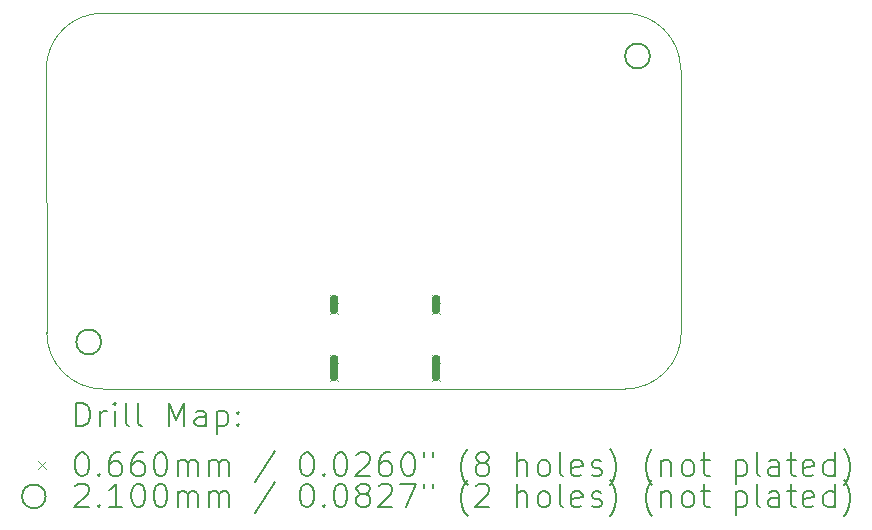
<source format=gbr>
%TF.GenerationSoftware,KiCad,Pcbnew,8.0.8*%
%TF.CreationDate,2025-02-24T15:49:15-08:00*%
%TF.ProjectId,OuterBoard_rev3.1,4f757465-7242-46f6-9172-645f72657633,rev?*%
%TF.SameCoordinates,Original*%
%TF.FileFunction,Drillmap*%
%TF.FilePolarity,Positive*%
%FSLAX45Y45*%
G04 Gerber Fmt 4.5, Leading zero omitted, Abs format (unit mm)*
G04 Created by KiCad (PCBNEW 8.0.8) date 2025-02-24 15:49:15*
%MOMM*%
%LPD*%
G01*
G04 APERTURE LIST*
%ADD10C,0.100000*%
%ADD11C,0.660400*%
%ADD12C,0.200000*%
%ADD13C,0.210000*%
G04 APERTURE END LIST*
D10*
X10708640Y-7942580D02*
X10713720Y-10170160D01*
X15603220Y-7465060D02*
G75*
G02*
X16080740Y-7942580I0J-477520D01*
G01*
X16080740Y-7942580D02*
X16085820Y-10170160D01*
X11186160Y-7465060D02*
X15603220Y-7465060D01*
X16085820Y-10170160D02*
G75*
G02*
X15608300Y-10647680I-477520J0D01*
G01*
X11191240Y-10647680D02*
X15608300Y-10647680D01*
X10708640Y-7942580D02*
G75*
G02*
X11186160Y-7465060I477520J0D01*
G01*
X11191240Y-10647680D02*
G75*
G02*
X10713720Y-10170160I0J477520D01*
G01*
D11*
X13145000Y-9981460D02*
X13145000Y-9882400D01*
X13145000Y-10542860D02*
X13145000Y-10393000D01*
X14009000Y-9981460D02*
X14009000Y-9882400D01*
X14009000Y-10542860D02*
X14009000Y-10393000D01*
D12*
D10*
X13111980Y-9849380D02*
X13178020Y-9915420D01*
X13178020Y-9849380D02*
X13111980Y-9915420D01*
X13111980Y-9948440D02*
X13178020Y-10014480D01*
X13178020Y-9948440D02*
X13111980Y-10014480D01*
X13111980Y-10359980D02*
X13178020Y-10426020D01*
X13178020Y-10359980D02*
X13111980Y-10426020D01*
X13111980Y-10509840D02*
X13178020Y-10575880D01*
X13178020Y-10509840D02*
X13111980Y-10575880D01*
X13975980Y-9849380D02*
X14042020Y-9915420D01*
X14042020Y-9849380D02*
X13975980Y-9915420D01*
X13975980Y-9948440D02*
X14042020Y-10014480D01*
X14042020Y-9948440D02*
X13975980Y-10014480D01*
X13975980Y-10359980D02*
X14042020Y-10426020D01*
X14042020Y-10359980D02*
X13975980Y-10426020D01*
X13975980Y-10509840D02*
X14042020Y-10575880D01*
X14042020Y-10509840D02*
X13975980Y-10575880D01*
D13*
X11174320Y-10248900D02*
G75*
G02*
X10964320Y-10248900I-105000J0D01*
G01*
X10964320Y-10248900D02*
G75*
G02*
X11174320Y-10248900I105000J0D01*
G01*
X15819980Y-7828280D02*
G75*
G02*
X15609980Y-7828280I-105000J0D01*
G01*
X15609980Y-7828280D02*
G75*
G02*
X15819980Y-7828280I105000J0D01*
G01*
D12*
X10964417Y-10964164D02*
X10964417Y-10764164D01*
X10964417Y-10764164D02*
X11012036Y-10764164D01*
X11012036Y-10764164D02*
X11040607Y-10773688D01*
X11040607Y-10773688D02*
X11059655Y-10792735D01*
X11059655Y-10792735D02*
X11069179Y-10811783D01*
X11069179Y-10811783D02*
X11078703Y-10849878D01*
X11078703Y-10849878D02*
X11078703Y-10878450D01*
X11078703Y-10878450D02*
X11069179Y-10916545D01*
X11069179Y-10916545D02*
X11059655Y-10935592D01*
X11059655Y-10935592D02*
X11040607Y-10954640D01*
X11040607Y-10954640D02*
X11012036Y-10964164D01*
X11012036Y-10964164D02*
X10964417Y-10964164D01*
X11164417Y-10964164D02*
X11164417Y-10830830D01*
X11164417Y-10868926D02*
X11173941Y-10849878D01*
X11173941Y-10849878D02*
X11183464Y-10840354D01*
X11183464Y-10840354D02*
X11202512Y-10830830D01*
X11202512Y-10830830D02*
X11221560Y-10830830D01*
X11288226Y-10964164D02*
X11288226Y-10830830D01*
X11288226Y-10764164D02*
X11278702Y-10773688D01*
X11278702Y-10773688D02*
X11288226Y-10783211D01*
X11288226Y-10783211D02*
X11297750Y-10773688D01*
X11297750Y-10773688D02*
X11288226Y-10764164D01*
X11288226Y-10764164D02*
X11288226Y-10783211D01*
X11412036Y-10964164D02*
X11392988Y-10954640D01*
X11392988Y-10954640D02*
X11383464Y-10935592D01*
X11383464Y-10935592D02*
X11383464Y-10764164D01*
X11516798Y-10964164D02*
X11497750Y-10954640D01*
X11497750Y-10954640D02*
X11488226Y-10935592D01*
X11488226Y-10935592D02*
X11488226Y-10764164D01*
X11745369Y-10964164D02*
X11745369Y-10764164D01*
X11745369Y-10764164D02*
X11812036Y-10907021D01*
X11812036Y-10907021D02*
X11878702Y-10764164D01*
X11878702Y-10764164D02*
X11878702Y-10964164D01*
X12059655Y-10964164D02*
X12059655Y-10859402D01*
X12059655Y-10859402D02*
X12050131Y-10840354D01*
X12050131Y-10840354D02*
X12031083Y-10830830D01*
X12031083Y-10830830D02*
X11992988Y-10830830D01*
X11992988Y-10830830D02*
X11973941Y-10840354D01*
X12059655Y-10954640D02*
X12040607Y-10964164D01*
X12040607Y-10964164D02*
X11992988Y-10964164D01*
X11992988Y-10964164D02*
X11973941Y-10954640D01*
X11973941Y-10954640D02*
X11964417Y-10935592D01*
X11964417Y-10935592D02*
X11964417Y-10916545D01*
X11964417Y-10916545D02*
X11973941Y-10897497D01*
X11973941Y-10897497D02*
X11992988Y-10887973D01*
X11992988Y-10887973D02*
X12040607Y-10887973D01*
X12040607Y-10887973D02*
X12059655Y-10878450D01*
X12154893Y-10830830D02*
X12154893Y-11030830D01*
X12154893Y-10840354D02*
X12173941Y-10830830D01*
X12173941Y-10830830D02*
X12212036Y-10830830D01*
X12212036Y-10830830D02*
X12231083Y-10840354D01*
X12231083Y-10840354D02*
X12240607Y-10849878D01*
X12240607Y-10849878D02*
X12250131Y-10868926D01*
X12250131Y-10868926D02*
X12250131Y-10926069D01*
X12250131Y-10926069D02*
X12240607Y-10945116D01*
X12240607Y-10945116D02*
X12231083Y-10954640D01*
X12231083Y-10954640D02*
X12212036Y-10964164D01*
X12212036Y-10964164D02*
X12173941Y-10964164D01*
X12173941Y-10964164D02*
X12154893Y-10954640D01*
X12335845Y-10945116D02*
X12345369Y-10954640D01*
X12345369Y-10954640D02*
X12335845Y-10964164D01*
X12335845Y-10964164D02*
X12326322Y-10954640D01*
X12326322Y-10954640D02*
X12335845Y-10945116D01*
X12335845Y-10945116D02*
X12335845Y-10964164D01*
X12335845Y-10840354D02*
X12345369Y-10849878D01*
X12345369Y-10849878D02*
X12335845Y-10859402D01*
X12335845Y-10859402D02*
X12326322Y-10849878D01*
X12326322Y-10849878D02*
X12335845Y-10840354D01*
X12335845Y-10840354D02*
X12335845Y-10859402D01*
D10*
X10637600Y-11259660D02*
X10703640Y-11325700D01*
X10703640Y-11259660D02*
X10637600Y-11325700D01*
D12*
X11002512Y-11184164D02*
X11021560Y-11184164D01*
X11021560Y-11184164D02*
X11040607Y-11193688D01*
X11040607Y-11193688D02*
X11050131Y-11203211D01*
X11050131Y-11203211D02*
X11059655Y-11222259D01*
X11059655Y-11222259D02*
X11069179Y-11260354D01*
X11069179Y-11260354D02*
X11069179Y-11307973D01*
X11069179Y-11307973D02*
X11059655Y-11346068D01*
X11059655Y-11346068D02*
X11050131Y-11365116D01*
X11050131Y-11365116D02*
X11040607Y-11374640D01*
X11040607Y-11374640D02*
X11021560Y-11384164D01*
X11021560Y-11384164D02*
X11002512Y-11384164D01*
X11002512Y-11384164D02*
X10983464Y-11374640D01*
X10983464Y-11374640D02*
X10973941Y-11365116D01*
X10973941Y-11365116D02*
X10964417Y-11346068D01*
X10964417Y-11346068D02*
X10954893Y-11307973D01*
X10954893Y-11307973D02*
X10954893Y-11260354D01*
X10954893Y-11260354D02*
X10964417Y-11222259D01*
X10964417Y-11222259D02*
X10973941Y-11203211D01*
X10973941Y-11203211D02*
X10983464Y-11193688D01*
X10983464Y-11193688D02*
X11002512Y-11184164D01*
X11154893Y-11365116D02*
X11164417Y-11374640D01*
X11164417Y-11374640D02*
X11154893Y-11384164D01*
X11154893Y-11384164D02*
X11145369Y-11374640D01*
X11145369Y-11374640D02*
X11154893Y-11365116D01*
X11154893Y-11365116D02*
X11154893Y-11384164D01*
X11335845Y-11184164D02*
X11297750Y-11184164D01*
X11297750Y-11184164D02*
X11278702Y-11193688D01*
X11278702Y-11193688D02*
X11269179Y-11203211D01*
X11269179Y-11203211D02*
X11250131Y-11231783D01*
X11250131Y-11231783D02*
X11240607Y-11269878D01*
X11240607Y-11269878D02*
X11240607Y-11346068D01*
X11240607Y-11346068D02*
X11250131Y-11365116D01*
X11250131Y-11365116D02*
X11259655Y-11374640D01*
X11259655Y-11374640D02*
X11278702Y-11384164D01*
X11278702Y-11384164D02*
X11316798Y-11384164D01*
X11316798Y-11384164D02*
X11335845Y-11374640D01*
X11335845Y-11374640D02*
X11345369Y-11365116D01*
X11345369Y-11365116D02*
X11354893Y-11346068D01*
X11354893Y-11346068D02*
X11354893Y-11298449D01*
X11354893Y-11298449D02*
X11345369Y-11279402D01*
X11345369Y-11279402D02*
X11335845Y-11269878D01*
X11335845Y-11269878D02*
X11316798Y-11260354D01*
X11316798Y-11260354D02*
X11278702Y-11260354D01*
X11278702Y-11260354D02*
X11259655Y-11269878D01*
X11259655Y-11269878D02*
X11250131Y-11279402D01*
X11250131Y-11279402D02*
X11240607Y-11298449D01*
X11526322Y-11184164D02*
X11488226Y-11184164D01*
X11488226Y-11184164D02*
X11469179Y-11193688D01*
X11469179Y-11193688D02*
X11459655Y-11203211D01*
X11459655Y-11203211D02*
X11440607Y-11231783D01*
X11440607Y-11231783D02*
X11431083Y-11269878D01*
X11431083Y-11269878D02*
X11431083Y-11346068D01*
X11431083Y-11346068D02*
X11440607Y-11365116D01*
X11440607Y-11365116D02*
X11450131Y-11374640D01*
X11450131Y-11374640D02*
X11469179Y-11384164D01*
X11469179Y-11384164D02*
X11507274Y-11384164D01*
X11507274Y-11384164D02*
X11526322Y-11374640D01*
X11526322Y-11374640D02*
X11535845Y-11365116D01*
X11535845Y-11365116D02*
X11545369Y-11346068D01*
X11545369Y-11346068D02*
X11545369Y-11298449D01*
X11545369Y-11298449D02*
X11535845Y-11279402D01*
X11535845Y-11279402D02*
X11526322Y-11269878D01*
X11526322Y-11269878D02*
X11507274Y-11260354D01*
X11507274Y-11260354D02*
X11469179Y-11260354D01*
X11469179Y-11260354D02*
X11450131Y-11269878D01*
X11450131Y-11269878D02*
X11440607Y-11279402D01*
X11440607Y-11279402D02*
X11431083Y-11298449D01*
X11669179Y-11184164D02*
X11688226Y-11184164D01*
X11688226Y-11184164D02*
X11707274Y-11193688D01*
X11707274Y-11193688D02*
X11716798Y-11203211D01*
X11716798Y-11203211D02*
X11726322Y-11222259D01*
X11726322Y-11222259D02*
X11735845Y-11260354D01*
X11735845Y-11260354D02*
X11735845Y-11307973D01*
X11735845Y-11307973D02*
X11726322Y-11346068D01*
X11726322Y-11346068D02*
X11716798Y-11365116D01*
X11716798Y-11365116D02*
X11707274Y-11374640D01*
X11707274Y-11374640D02*
X11688226Y-11384164D01*
X11688226Y-11384164D02*
X11669179Y-11384164D01*
X11669179Y-11384164D02*
X11650131Y-11374640D01*
X11650131Y-11374640D02*
X11640607Y-11365116D01*
X11640607Y-11365116D02*
X11631083Y-11346068D01*
X11631083Y-11346068D02*
X11621560Y-11307973D01*
X11621560Y-11307973D02*
X11621560Y-11260354D01*
X11621560Y-11260354D02*
X11631083Y-11222259D01*
X11631083Y-11222259D02*
X11640607Y-11203211D01*
X11640607Y-11203211D02*
X11650131Y-11193688D01*
X11650131Y-11193688D02*
X11669179Y-11184164D01*
X11821560Y-11384164D02*
X11821560Y-11250830D01*
X11821560Y-11269878D02*
X11831083Y-11260354D01*
X11831083Y-11260354D02*
X11850131Y-11250830D01*
X11850131Y-11250830D02*
X11878703Y-11250830D01*
X11878703Y-11250830D02*
X11897750Y-11260354D01*
X11897750Y-11260354D02*
X11907274Y-11279402D01*
X11907274Y-11279402D02*
X11907274Y-11384164D01*
X11907274Y-11279402D02*
X11916798Y-11260354D01*
X11916798Y-11260354D02*
X11935845Y-11250830D01*
X11935845Y-11250830D02*
X11964417Y-11250830D01*
X11964417Y-11250830D02*
X11983464Y-11260354D01*
X11983464Y-11260354D02*
X11992988Y-11279402D01*
X11992988Y-11279402D02*
X11992988Y-11384164D01*
X12088226Y-11384164D02*
X12088226Y-11250830D01*
X12088226Y-11269878D02*
X12097750Y-11260354D01*
X12097750Y-11260354D02*
X12116798Y-11250830D01*
X12116798Y-11250830D02*
X12145369Y-11250830D01*
X12145369Y-11250830D02*
X12164417Y-11260354D01*
X12164417Y-11260354D02*
X12173941Y-11279402D01*
X12173941Y-11279402D02*
X12173941Y-11384164D01*
X12173941Y-11279402D02*
X12183464Y-11260354D01*
X12183464Y-11260354D02*
X12202512Y-11250830D01*
X12202512Y-11250830D02*
X12231083Y-11250830D01*
X12231083Y-11250830D02*
X12250131Y-11260354D01*
X12250131Y-11260354D02*
X12259655Y-11279402D01*
X12259655Y-11279402D02*
X12259655Y-11384164D01*
X12650131Y-11174640D02*
X12478703Y-11431783D01*
X12907274Y-11184164D02*
X12926322Y-11184164D01*
X12926322Y-11184164D02*
X12945369Y-11193688D01*
X12945369Y-11193688D02*
X12954893Y-11203211D01*
X12954893Y-11203211D02*
X12964417Y-11222259D01*
X12964417Y-11222259D02*
X12973941Y-11260354D01*
X12973941Y-11260354D02*
X12973941Y-11307973D01*
X12973941Y-11307973D02*
X12964417Y-11346068D01*
X12964417Y-11346068D02*
X12954893Y-11365116D01*
X12954893Y-11365116D02*
X12945369Y-11374640D01*
X12945369Y-11374640D02*
X12926322Y-11384164D01*
X12926322Y-11384164D02*
X12907274Y-11384164D01*
X12907274Y-11384164D02*
X12888226Y-11374640D01*
X12888226Y-11374640D02*
X12878703Y-11365116D01*
X12878703Y-11365116D02*
X12869179Y-11346068D01*
X12869179Y-11346068D02*
X12859655Y-11307973D01*
X12859655Y-11307973D02*
X12859655Y-11260354D01*
X12859655Y-11260354D02*
X12869179Y-11222259D01*
X12869179Y-11222259D02*
X12878703Y-11203211D01*
X12878703Y-11203211D02*
X12888226Y-11193688D01*
X12888226Y-11193688D02*
X12907274Y-11184164D01*
X13059655Y-11365116D02*
X13069179Y-11374640D01*
X13069179Y-11374640D02*
X13059655Y-11384164D01*
X13059655Y-11384164D02*
X13050131Y-11374640D01*
X13050131Y-11374640D02*
X13059655Y-11365116D01*
X13059655Y-11365116D02*
X13059655Y-11384164D01*
X13192988Y-11184164D02*
X13212036Y-11184164D01*
X13212036Y-11184164D02*
X13231084Y-11193688D01*
X13231084Y-11193688D02*
X13240607Y-11203211D01*
X13240607Y-11203211D02*
X13250131Y-11222259D01*
X13250131Y-11222259D02*
X13259655Y-11260354D01*
X13259655Y-11260354D02*
X13259655Y-11307973D01*
X13259655Y-11307973D02*
X13250131Y-11346068D01*
X13250131Y-11346068D02*
X13240607Y-11365116D01*
X13240607Y-11365116D02*
X13231084Y-11374640D01*
X13231084Y-11374640D02*
X13212036Y-11384164D01*
X13212036Y-11384164D02*
X13192988Y-11384164D01*
X13192988Y-11384164D02*
X13173941Y-11374640D01*
X13173941Y-11374640D02*
X13164417Y-11365116D01*
X13164417Y-11365116D02*
X13154893Y-11346068D01*
X13154893Y-11346068D02*
X13145369Y-11307973D01*
X13145369Y-11307973D02*
X13145369Y-11260354D01*
X13145369Y-11260354D02*
X13154893Y-11222259D01*
X13154893Y-11222259D02*
X13164417Y-11203211D01*
X13164417Y-11203211D02*
X13173941Y-11193688D01*
X13173941Y-11193688D02*
X13192988Y-11184164D01*
X13335846Y-11203211D02*
X13345369Y-11193688D01*
X13345369Y-11193688D02*
X13364417Y-11184164D01*
X13364417Y-11184164D02*
X13412036Y-11184164D01*
X13412036Y-11184164D02*
X13431084Y-11193688D01*
X13431084Y-11193688D02*
X13440607Y-11203211D01*
X13440607Y-11203211D02*
X13450131Y-11222259D01*
X13450131Y-11222259D02*
X13450131Y-11241307D01*
X13450131Y-11241307D02*
X13440607Y-11269878D01*
X13440607Y-11269878D02*
X13326322Y-11384164D01*
X13326322Y-11384164D02*
X13450131Y-11384164D01*
X13621560Y-11184164D02*
X13583465Y-11184164D01*
X13583465Y-11184164D02*
X13564417Y-11193688D01*
X13564417Y-11193688D02*
X13554893Y-11203211D01*
X13554893Y-11203211D02*
X13535846Y-11231783D01*
X13535846Y-11231783D02*
X13526322Y-11269878D01*
X13526322Y-11269878D02*
X13526322Y-11346068D01*
X13526322Y-11346068D02*
X13535846Y-11365116D01*
X13535846Y-11365116D02*
X13545369Y-11374640D01*
X13545369Y-11374640D02*
X13564417Y-11384164D01*
X13564417Y-11384164D02*
X13602512Y-11384164D01*
X13602512Y-11384164D02*
X13621560Y-11374640D01*
X13621560Y-11374640D02*
X13631084Y-11365116D01*
X13631084Y-11365116D02*
X13640607Y-11346068D01*
X13640607Y-11346068D02*
X13640607Y-11298449D01*
X13640607Y-11298449D02*
X13631084Y-11279402D01*
X13631084Y-11279402D02*
X13621560Y-11269878D01*
X13621560Y-11269878D02*
X13602512Y-11260354D01*
X13602512Y-11260354D02*
X13564417Y-11260354D01*
X13564417Y-11260354D02*
X13545369Y-11269878D01*
X13545369Y-11269878D02*
X13535846Y-11279402D01*
X13535846Y-11279402D02*
X13526322Y-11298449D01*
X13764417Y-11184164D02*
X13783465Y-11184164D01*
X13783465Y-11184164D02*
X13802512Y-11193688D01*
X13802512Y-11193688D02*
X13812036Y-11203211D01*
X13812036Y-11203211D02*
X13821560Y-11222259D01*
X13821560Y-11222259D02*
X13831084Y-11260354D01*
X13831084Y-11260354D02*
X13831084Y-11307973D01*
X13831084Y-11307973D02*
X13821560Y-11346068D01*
X13821560Y-11346068D02*
X13812036Y-11365116D01*
X13812036Y-11365116D02*
X13802512Y-11374640D01*
X13802512Y-11374640D02*
X13783465Y-11384164D01*
X13783465Y-11384164D02*
X13764417Y-11384164D01*
X13764417Y-11384164D02*
X13745369Y-11374640D01*
X13745369Y-11374640D02*
X13735846Y-11365116D01*
X13735846Y-11365116D02*
X13726322Y-11346068D01*
X13726322Y-11346068D02*
X13716798Y-11307973D01*
X13716798Y-11307973D02*
X13716798Y-11260354D01*
X13716798Y-11260354D02*
X13726322Y-11222259D01*
X13726322Y-11222259D02*
X13735846Y-11203211D01*
X13735846Y-11203211D02*
X13745369Y-11193688D01*
X13745369Y-11193688D02*
X13764417Y-11184164D01*
X13907274Y-11184164D02*
X13907274Y-11222259D01*
X13983465Y-11184164D02*
X13983465Y-11222259D01*
X14278703Y-11460354D02*
X14269179Y-11450830D01*
X14269179Y-11450830D02*
X14250131Y-11422259D01*
X14250131Y-11422259D02*
X14240608Y-11403211D01*
X14240608Y-11403211D02*
X14231084Y-11374640D01*
X14231084Y-11374640D02*
X14221560Y-11327021D01*
X14221560Y-11327021D02*
X14221560Y-11288926D01*
X14221560Y-11288926D02*
X14231084Y-11241307D01*
X14231084Y-11241307D02*
X14240608Y-11212735D01*
X14240608Y-11212735D02*
X14250131Y-11193688D01*
X14250131Y-11193688D02*
X14269179Y-11165116D01*
X14269179Y-11165116D02*
X14278703Y-11155592D01*
X14383465Y-11269878D02*
X14364417Y-11260354D01*
X14364417Y-11260354D02*
X14354893Y-11250830D01*
X14354893Y-11250830D02*
X14345369Y-11231783D01*
X14345369Y-11231783D02*
X14345369Y-11222259D01*
X14345369Y-11222259D02*
X14354893Y-11203211D01*
X14354893Y-11203211D02*
X14364417Y-11193688D01*
X14364417Y-11193688D02*
X14383465Y-11184164D01*
X14383465Y-11184164D02*
X14421560Y-11184164D01*
X14421560Y-11184164D02*
X14440608Y-11193688D01*
X14440608Y-11193688D02*
X14450131Y-11203211D01*
X14450131Y-11203211D02*
X14459655Y-11222259D01*
X14459655Y-11222259D02*
X14459655Y-11231783D01*
X14459655Y-11231783D02*
X14450131Y-11250830D01*
X14450131Y-11250830D02*
X14440608Y-11260354D01*
X14440608Y-11260354D02*
X14421560Y-11269878D01*
X14421560Y-11269878D02*
X14383465Y-11269878D01*
X14383465Y-11269878D02*
X14364417Y-11279402D01*
X14364417Y-11279402D02*
X14354893Y-11288926D01*
X14354893Y-11288926D02*
X14345369Y-11307973D01*
X14345369Y-11307973D02*
X14345369Y-11346068D01*
X14345369Y-11346068D02*
X14354893Y-11365116D01*
X14354893Y-11365116D02*
X14364417Y-11374640D01*
X14364417Y-11374640D02*
X14383465Y-11384164D01*
X14383465Y-11384164D02*
X14421560Y-11384164D01*
X14421560Y-11384164D02*
X14440608Y-11374640D01*
X14440608Y-11374640D02*
X14450131Y-11365116D01*
X14450131Y-11365116D02*
X14459655Y-11346068D01*
X14459655Y-11346068D02*
X14459655Y-11307973D01*
X14459655Y-11307973D02*
X14450131Y-11288926D01*
X14450131Y-11288926D02*
X14440608Y-11279402D01*
X14440608Y-11279402D02*
X14421560Y-11269878D01*
X14697750Y-11384164D02*
X14697750Y-11184164D01*
X14783465Y-11384164D02*
X14783465Y-11279402D01*
X14783465Y-11279402D02*
X14773941Y-11260354D01*
X14773941Y-11260354D02*
X14754893Y-11250830D01*
X14754893Y-11250830D02*
X14726322Y-11250830D01*
X14726322Y-11250830D02*
X14707274Y-11260354D01*
X14707274Y-11260354D02*
X14697750Y-11269878D01*
X14907274Y-11384164D02*
X14888227Y-11374640D01*
X14888227Y-11374640D02*
X14878703Y-11365116D01*
X14878703Y-11365116D02*
X14869179Y-11346068D01*
X14869179Y-11346068D02*
X14869179Y-11288926D01*
X14869179Y-11288926D02*
X14878703Y-11269878D01*
X14878703Y-11269878D02*
X14888227Y-11260354D01*
X14888227Y-11260354D02*
X14907274Y-11250830D01*
X14907274Y-11250830D02*
X14935846Y-11250830D01*
X14935846Y-11250830D02*
X14954893Y-11260354D01*
X14954893Y-11260354D02*
X14964417Y-11269878D01*
X14964417Y-11269878D02*
X14973941Y-11288926D01*
X14973941Y-11288926D02*
X14973941Y-11346068D01*
X14973941Y-11346068D02*
X14964417Y-11365116D01*
X14964417Y-11365116D02*
X14954893Y-11374640D01*
X14954893Y-11374640D02*
X14935846Y-11384164D01*
X14935846Y-11384164D02*
X14907274Y-11384164D01*
X15088227Y-11384164D02*
X15069179Y-11374640D01*
X15069179Y-11374640D02*
X15059655Y-11355592D01*
X15059655Y-11355592D02*
X15059655Y-11184164D01*
X15240608Y-11374640D02*
X15221560Y-11384164D01*
X15221560Y-11384164D02*
X15183465Y-11384164D01*
X15183465Y-11384164D02*
X15164417Y-11374640D01*
X15164417Y-11374640D02*
X15154893Y-11355592D01*
X15154893Y-11355592D02*
X15154893Y-11279402D01*
X15154893Y-11279402D02*
X15164417Y-11260354D01*
X15164417Y-11260354D02*
X15183465Y-11250830D01*
X15183465Y-11250830D02*
X15221560Y-11250830D01*
X15221560Y-11250830D02*
X15240608Y-11260354D01*
X15240608Y-11260354D02*
X15250131Y-11279402D01*
X15250131Y-11279402D02*
X15250131Y-11298449D01*
X15250131Y-11298449D02*
X15154893Y-11317497D01*
X15326322Y-11374640D02*
X15345370Y-11384164D01*
X15345370Y-11384164D02*
X15383465Y-11384164D01*
X15383465Y-11384164D02*
X15402512Y-11374640D01*
X15402512Y-11374640D02*
X15412036Y-11355592D01*
X15412036Y-11355592D02*
X15412036Y-11346068D01*
X15412036Y-11346068D02*
X15402512Y-11327021D01*
X15402512Y-11327021D02*
X15383465Y-11317497D01*
X15383465Y-11317497D02*
X15354893Y-11317497D01*
X15354893Y-11317497D02*
X15335846Y-11307973D01*
X15335846Y-11307973D02*
X15326322Y-11288926D01*
X15326322Y-11288926D02*
X15326322Y-11279402D01*
X15326322Y-11279402D02*
X15335846Y-11260354D01*
X15335846Y-11260354D02*
X15354893Y-11250830D01*
X15354893Y-11250830D02*
X15383465Y-11250830D01*
X15383465Y-11250830D02*
X15402512Y-11260354D01*
X15478703Y-11460354D02*
X15488227Y-11450830D01*
X15488227Y-11450830D02*
X15507274Y-11422259D01*
X15507274Y-11422259D02*
X15516798Y-11403211D01*
X15516798Y-11403211D02*
X15526322Y-11374640D01*
X15526322Y-11374640D02*
X15535846Y-11327021D01*
X15535846Y-11327021D02*
X15535846Y-11288926D01*
X15535846Y-11288926D02*
X15526322Y-11241307D01*
X15526322Y-11241307D02*
X15516798Y-11212735D01*
X15516798Y-11212735D02*
X15507274Y-11193688D01*
X15507274Y-11193688D02*
X15488227Y-11165116D01*
X15488227Y-11165116D02*
X15478703Y-11155592D01*
X15840608Y-11460354D02*
X15831084Y-11450830D01*
X15831084Y-11450830D02*
X15812036Y-11422259D01*
X15812036Y-11422259D02*
X15802512Y-11403211D01*
X15802512Y-11403211D02*
X15792989Y-11374640D01*
X15792989Y-11374640D02*
X15783465Y-11327021D01*
X15783465Y-11327021D02*
X15783465Y-11288926D01*
X15783465Y-11288926D02*
X15792989Y-11241307D01*
X15792989Y-11241307D02*
X15802512Y-11212735D01*
X15802512Y-11212735D02*
X15812036Y-11193688D01*
X15812036Y-11193688D02*
X15831084Y-11165116D01*
X15831084Y-11165116D02*
X15840608Y-11155592D01*
X15916798Y-11250830D02*
X15916798Y-11384164D01*
X15916798Y-11269878D02*
X15926322Y-11260354D01*
X15926322Y-11260354D02*
X15945370Y-11250830D01*
X15945370Y-11250830D02*
X15973941Y-11250830D01*
X15973941Y-11250830D02*
X15992989Y-11260354D01*
X15992989Y-11260354D02*
X16002512Y-11279402D01*
X16002512Y-11279402D02*
X16002512Y-11384164D01*
X16126322Y-11384164D02*
X16107274Y-11374640D01*
X16107274Y-11374640D02*
X16097751Y-11365116D01*
X16097751Y-11365116D02*
X16088227Y-11346068D01*
X16088227Y-11346068D02*
X16088227Y-11288926D01*
X16088227Y-11288926D02*
X16097751Y-11269878D01*
X16097751Y-11269878D02*
X16107274Y-11260354D01*
X16107274Y-11260354D02*
X16126322Y-11250830D01*
X16126322Y-11250830D02*
X16154893Y-11250830D01*
X16154893Y-11250830D02*
X16173941Y-11260354D01*
X16173941Y-11260354D02*
X16183465Y-11269878D01*
X16183465Y-11269878D02*
X16192989Y-11288926D01*
X16192989Y-11288926D02*
X16192989Y-11346068D01*
X16192989Y-11346068D02*
X16183465Y-11365116D01*
X16183465Y-11365116D02*
X16173941Y-11374640D01*
X16173941Y-11374640D02*
X16154893Y-11384164D01*
X16154893Y-11384164D02*
X16126322Y-11384164D01*
X16250132Y-11250830D02*
X16326322Y-11250830D01*
X16278703Y-11184164D02*
X16278703Y-11355592D01*
X16278703Y-11355592D02*
X16288227Y-11374640D01*
X16288227Y-11374640D02*
X16307274Y-11384164D01*
X16307274Y-11384164D02*
X16326322Y-11384164D01*
X16545370Y-11250830D02*
X16545370Y-11450830D01*
X16545370Y-11260354D02*
X16564417Y-11250830D01*
X16564417Y-11250830D02*
X16602513Y-11250830D01*
X16602513Y-11250830D02*
X16621560Y-11260354D01*
X16621560Y-11260354D02*
X16631084Y-11269878D01*
X16631084Y-11269878D02*
X16640608Y-11288926D01*
X16640608Y-11288926D02*
X16640608Y-11346068D01*
X16640608Y-11346068D02*
X16631084Y-11365116D01*
X16631084Y-11365116D02*
X16621560Y-11374640D01*
X16621560Y-11374640D02*
X16602513Y-11384164D01*
X16602513Y-11384164D02*
X16564417Y-11384164D01*
X16564417Y-11384164D02*
X16545370Y-11374640D01*
X16754893Y-11384164D02*
X16735846Y-11374640D01*
X16735846Y-11374640D02*
X16726322Y-11355592D01*
X16726322Y-11355592D02*
X16726322Y-11184164D01*
X16916798Y-11384164D02*
X16916798Y-11279402D01*
X16916798Y-11279402D02*
X16907275Y-11260354D01*
X16907275Y-11260354D02*
X16888227Y-11250830D01*
X16888227Y-11250830D02*
X16850132Y-11250830D01*
X16850132Y-11250830D02*
X16831084Y-11260354D01*
X16916798Y-11374640D02*
X16897751Y-11384164D01*
X16897751Y-11384164D02*
X16850132Y-11384164D01*
X16850132Y-11384164D02*
X16831084Y-11374640D01*
X16831084Y-11374640D02*
X16821560Y-11355592D01*
X16821560Y-11355592D02*
X16821560Y-11336545D01*
X16821560Y-11336545D02*
X16831084Y-11317497D01*
X16831084Y-11317497D02*
X16850132Y-11307973D01*
X16850132Y-11307973D02*
X16897751Y-11307973D01*
X16897751Y-11307973D02*
X16916798Y-11298449D01*
X16983465Y-11250830D02*
X17059655Y-11250830D01*
X17012036Y-11184164D02*
X17012036Y-11355592D01*
X17012036Y-11355592D02*
X17021560Y-11374640D01*
X17021560Y-11374640D02*
X17040608Y-11384164D01*
X17040608Y-11384164D02*
X17059655Y-11384164D01*
X17202513Y-11374640D02*
X17183465Y-11384164D01*
X17183465Y-11384164D02*
X17145370Y-11384164D01*
X17145370Y-11384164D02*
X17126322Y-11374640D01*
X17126322Y-11374640D02*
X17116798Y-11355592D01*
X17116798Y-11355592D02*
X17116798Y-11279402D01*
X17116798Y-11279402D02*
X17126322Y-11260354D01*
X17126322Y-11260354D02*
X17145370Y-11250830D01*
X17145370Y-11250830D02*
X17183465Y-11250830D01*
X17183465Y-11250830D02*
X17202513Y-11260354D01*
X17202513Y-11260354D02*
X17212036Y-11279402D01*
X17212036Y-11279402D02*
X17212036Y-11298449D01*
X17212036Y-11298449D02*
X17116798Y-11317497D01*
X17383465Y-11384164D02*
X17383465Y-11184164D01*
X17383465Y-11374640D02*
X17364417Y-11384164D01*
X17364417Y-11384164D02*
X17326322Y-11384164D01*
X17326322Y-11384164D02*
X17307275Y-11374640D01*
X17307275Y-11374640D02*
X17297751Y-11365116D01*
X17297751Y-11365116D02*
X17288227Y-11346068D01*
X17288227Y-11346068D02*
X17288227Y-11288926D01*
X17288227Y-11288926D02*
X17297751Y-11269878D01*
X17297751Y-11269878D02*
X17307275Y-11260354D01*
X17307275Y-11260354D02*
X17326322Y-11250830D01*
X17326322Y-11250830D02*
X17364417Y-11250830D01*
X17364417Y-11250830D02*
X17383465Y-11260354D01*
X17459656Y-11460354D02*
X17469179Y-11450830D01*
X17469179Y-11450830D02*
X17488227Y-11422259D01*
X17488227Y-11422259D02*
X17497751Y-11403211D01*
X17497751Y-11403211D02*
X17507275Y-11374640D01*
X17507275Y-11374640D02*
X17516798Y-11327021D01*
X17516798Y-11327021D02*
X17516798Y-11288926D01*
X17516798Y-11288926D02*
X17507275Y-11241307D01*
X17507275Y-11241307D02*
X17497751Y-11212735D01*
X17497751Y-11212735D02*
X17488227Y-11193688D01*
X17488227Y-11193688D02*
X17469179Y-11165116D01*
X17469179Y-11165116D02*
X17459656Y-11155592D01*
X10703640Y-11556680D02*
G75*
G02*
X10503640Y-11556680I-100000J0D01*
G01*
X10503640Y-11556680D02*
G75*
G02*
X10703640Y-11556680I100000J0D01*
G01*
X10954893Y-11467211D02*
X10964417Y-11457688D01*
X10964417Y-11457688D02*
X10983464Y-11448164D01*
X10983464Y-11448164D02*
X11031084Y-11448164D01*
X11031084Y-11448164D02*
X11050131Y-11457688D01*
X11050131Y-11457688D02*
X11059655Y-11467211D01*
X11059655Y-11467211D02*
X11069179Y-11486259D01*
X11069179Y-11486259D02*
X11069179Y-11505307D01*
X11069179Y-11505307D02*
X11059655Y-11533878D01*
X11059655Y-11533878D02*
X10945369Y-11648164D01*
X10945369Y-11648164D02*
X11069179Y-11648164D01*
X11154893Y-11629116D02*
X11164417Y-11638640D01*
X11164417Y-11638640D02*
X11154893Y-11648164D01*
X11154893Y-11648164D02*
X11145369Y-11638640D01*
X11145369Y-11638640D02*
X11154893Y-11629116D01*
X11154893Y-11629116D02*
X11154893Y-11648164D01*
X11354893Y-11648164D02*
X11240607Y-11648164D01*
X11297750Y-11648164D02*
X11297750Y-11448164D01*
X11297750Y-11448164D02*
X11278702Y-11476735D01*
X11278702Y-11476735D02*
X11259655Y-11495783D01*
X11259655Y-11495783D02*
X11240607Y-11505307D01*
X11478702Y-11448164D02*
X11497750Y-11448164D01*
X11497750Y-11448164D02*
X11516798Y-11457688D01*
X11516798Y-11457688D02*
X11526322Y-11467211D01*
X11526322Y-11467211D02*
X11535845Y-11486259D01*
X11535845Y-11486259D02*
X11545369Y-11524354D01*
X11545369Y-11524354D02*
X11545369Y-11571973D01*
X11545369Y-11571973D02*
X11535845Y-11610068D01*
X11535845Y-11610068D02*
X11526322Y-11629116D01*
X11526322Y-11629116D02*
X11516798Y-11638640D01*
X11516798Y-11638640D02*
X11497750Y-11648164D01*
X11497750Y-11648164D02*
X11478702Y-11648164D01*
X11478702Y-11648164D02*
X11459655Y-11638640D01*
X11459655Y-11638640D02*
X11450131Y-11629116D01*
X11450131Y-11629116D02*
X11440607Y-11610068D01*
X11440607Y-11610068D02*
X11431083Y-11571973D01*
X11431083Y-11571973D02*
X11431083Y-11524354D01*
X11431083Y-11524354D02*
X11440607Y-11486259D01*
X11440607Y-11486259D02*
X11450131Y-11467211D01*
X11450131Y-11467211D02*
X11459655Y-11457688D01*
X11459655Y-11457688D02*
X11478702Y-11448164D01*
X11669179Y-11448164D02*
X11688226Y-11448164D01*
X11688226Y-11448164D02*
X11707274Y-11457688D01*
X11707274Y-11457688D02*
X11716798Y-11467211D01*
X11716798Y-11467211D02*
X11726322Y-11486259D01*
X11726322Y-11486259D02*
X11735845Y-11524354D01*
X11735845Y-11524354D02*
X11735845Y-11571973D01*
X11735845Y-11571973D02*
X11726322Y-11610068D01*
X11726322Y-11610068D02*
X11716798Y-11629116D01*
X11716798Y-11629116D02*
X11707274Y-11638640D01*
X11707274Y-11638640D02*
X11688226Y-11648164D01*
X11688226Y-11648164D02*
X11669179Y-11648164D01*
X11669179Y-11648164D02*
X11650131Y-11638640D01*
X11650131Y-11638640D02*
X11640607Y-11629116D01*
X11640607Y-11629116D02*
X11631083Y-11610068D01*
X11631083Y-11610068D02*
X11621560Y-11571973D01*
X11621560Y-11571973D02*
X11621560Y-11524354D01*
X11621560Y-11524354D02*
X11631083Y-11486259D01*
X11631083Y-11486259D02*
X11640607Y-11467211D01*
X11640607Y-11467211D02*
X11650131Y-11457688D01*
X11650131Y-11457688D02*
X11669179Y-11448164D01*
X11821560Y-11648164D02*
X11821560Y-11514830D01*
X11821560Y-11533878D02*
X11831083Y-11524354D01*
X11831083Y-11524354D02*
X11850131Y-11514830D01*
X11850131Y-11514830D02*
X11878703Y-11514830D01*
X11878703Y-11514830D02*
X11897750Y-11524354D01*
X11897750Y-11524354D02*
X11907274Y-11543402D01*
X11907274Y-11543402D02*
X11907274Y-11648164D01*
X11907274Y-11543402D02*
X11916798Y-11524354D01*
X11916798Y-11524354D02*
X11935845Y-11514830D01*
X11935845Y-11514830D02*
X11964417Y-11514830D01*
X11964417Y-11514830D02*
X11983464Y-11524354D01*
X11983464Y-11524354D02*
X11992988Y-11543402D01*
X11992988Y-11543402D02*
X11992988Y-11648164D01*
X12088226Y-11648164D02*
X12088226Y-11514830D01*
X12088226Y-11533878D02*
X12097750Y-11524354D01*
X12097750Y-11524354D02*
X12116798Y-11514830D01*
X12116798Y-11514830D02*
X12145369Y-11514830D01*
X12145369Y-11514830D02*
X12164417Y-11524354D01*
X12164417Y-11524354D02*
X12173941Y-11543402D01*
X12173941Y-11543402D02*
X12173941Y-11648164D01*
X12173941Y-11543402D02*
X12183464Y-11524354D01*
X12183464Y-11524354D02*
X12202512Y-11514830D01*
X12202512Y-11514830D02*
X12231083Y-11514830D01*
X12231083Y-11514830D02*
X12250131Y-11524354D01*
X12250131Y-11524354D02*
X12259655Y-11543402D01*
X12259655Y-11543402D02*
X12259655Y-11648164D01*
X12650131Y-11438640D02*
X12478703Y-11695783D01*
X12907274Y-11448164D02*
X12926322Y-11448164D01*
X12926322Y-11448164D02*
X12945369Y-11457688D01*
X12945369Y-11457688D02*
X12954893Y-11467211D01*
X12954893Y-11467211D02*
X12964417Y-11486259D01*
X12964417Y-11486259D02*
X12973941Y-11524354D01*
X12973941Y-11524354D02*
X12973941Y-11571973D01*
X12973941Y-11571973D02*
X12964417Y-11610068D01*
X12964417Y-11610068D02*
X12954893Y-11629116D01*
X12954893Y-11629116D02*
X12945369Y-11638640D01*
X12945369Y-11638640D02*
X12926322Y-11648164D01*
X12926322Y-11648164D02*
X12907274Y-11648164D01*
X12907274Y-11648164D02*
X12888226Y-11638640D01*
X12888226Y-11638640D02*
X12878703Y-11629116D01*
X12878703Y-11629116D02*
X12869179Y-11610068D01*
X12869179Y-11610068D02*
X12859655Y-11571973D01*
X12859655Y-11571973D02*
X12859655Y-11524354D01*
X12859655Y-11524354D02*
X12869179Y-11486259D01*
X12869179Y-11486259D02*
X12878703Y-11467211D01*
X12878703Y-11467211D02*
X12888226Y-11457688D01*
X12888226Y-11457688D02*
X12907274Y-11448164D01*
X13059655Y-11629116D02*
X13069179Y-11638640D01*
X13069179Y-11638640D02*
X13059655Y-11648164D01*
X13059655Y-11648164D02*
X13050131Y-11638640D01*
X13050131Y-11638640D02*
X13059655Y-11629116D01*
X13059655Y-11629116D02*
X13059655Y-11648164D01*
X13192988Y-11448164D02*
X13212036Y-11448164D01*
X13212036Y-11448164D02*
X13231084Y-11457688D01*
X13231084Y-11457688D02*
X13240607Y-11467211D01*
X13240607Y-11467211D02*
X13250131Y-11486259D01*
X13250131Y-11486259D02*
X13259655Y-11524354D01*
X13259655Y-11524354D02*
X13259655Y-11571973D01*
X13259655Y-11571973D02*
X13250131Y-11610068D01*
X13250131Y-11610068D02*
X13240607Y-11629116D01*
X13240607Y-11629116D02*
X13231084Y-11638640D01*
X13231084Y-11638640D02*
X13212036Y-11648164D01*
X13212036Y-11648164D02*
X13192988Y-11648164D01*
X13192988Y-11648164D02*
X13173941Y-11638640D01*
X13173941Y-11638640D02*
X13164417Y-11629116D01*
X13164417Y-11629116D02*
X13154893Y-11610068D01*
X13154893Y-11610068D02*
X13145369Y-11571973D01*
X13145369Y-11571973D02*
X13145369Y-11524354D01*
X13145369Y-11524354D02*
X13154893Y-11486259D01*
X13154893Y-11486259D02*
X13164417Y-11467211D01*
X13164417Y-11467211D02*
X13173941Y-11457688D01*
X13173941Y-11457688D02*
X13192988Y-11448164D01*
X13373941Y-11533878D02*
X13354893Y-11524354D01*
X13354893Y-11524354D02*
X13345369Y-11514830D01*
X13345369Y-11514830D02*
X13335846Y-11495783D01*
X13335846Y-11495783D02*
X13335846Y-11486259D01*
X13335846Y-11486259D02*
X13345369Y-11467211D01*
X13345369Y-11467211D02*
X13354893Y-11457688D01*
X13354893Y-11457688D02*
X13373941Y-11448164D01*
X13373941Y-11448164D02*
X13412036Y-11448164D01*
X13412036Y-11448164D02*
X13431084Y-11457688D01*
X13431084Y-11457688D02*
X13440607Y-11467211D01*
X13440607Y-11467211D02*
X13450131Y-11486259D01*
X13450131Y-11486259D02*
X13450131Y-11495783D01*
X13450131Y-11495783D02*
X13440607Y-11514830D01*
X13440607Y-11514830D02*
X13431084Y-11524354D01*
X13431084Y-11524354D02*
X13412036Y-11533878D01*
X13412036Y-11533878D02*
X13373941Y-11533878D01*
X13373941Y-11533878D02*
X13354893Y-11543402D01*
X13354893Y-11543402D02*
X13345369Y-11552926D01*
X13345369Y-11552926D02*
X13335846Y-11571973D01*
X13335846Y-11571973D02*
X13335846Y-11610068D01*
X13335846Y-11610068D02*
X13345369Y-11629116D01*
X13345369Y-11629116D02*
X13354893Y-11638640D01*
X13354893Y-11638640D02*
X13373941Y-11648164D01*
X13373941Y-11648164D02*
X13412036Y-11648164D01*
X13412036Y-11648164D02*
X13431084Y-11638640D01*
X13431084Y-11638640D02*
X13440607Y-11629116D01*
X13440607Y-11629116D02*
X13450131Y-11610068D01*
X13450131Y-11610068D02*
X13450131Y-11571973D01*
X13450131Y-11571973D02*
X13440607Y-11552926D01*
X13440607Y-11552926D02*
X13431084Y-11543402D01*
X13431084Y-11543402D02*
X13412036Y-11533878D01*
X13526322Y-11467211D02*
X13535846Y-11457688D01*
X13535846Y-11457688D02*
X13554893Y-11448164D01*
X13554893Y-11448164D02*
X13602512Y-11448164D01*
X13602512Y-11448164D02*
X13621560Y-11457688D01*
X13621560Y-11457688D02*
X13631084Y-11467211D01*
X13631084Y-11467211D02*
X13640607Y-11486259D01*
X13640607Y-11486259D02*
X13640607Y-11505307D01*
X13640607Y-11505307D02*
X13631084Y-11533878D01*
X13631084Y-11533878D02*
X13516798Y-11648164D01*
X13516798Y-11648164D02*
X13640607Y-11648164D01*
X13707274Y-11448164D02*
X13840607Y-11448164D01*
X13840607Y-11448164D02*
X13754893Y-11648164D01*
X13907274Y-11448164D02*
X13907274Y-11486259D01*
X13983465Y-11448164D02*
X13983465Y-11486259D01*
X14278703Y-11724354D02*
X14269179Y-11714830D01*
X14269179Y-11714830D02*
X14250131Y-11686259D01*
X14250131Y-11686259D02*
X14240608Y-11667211D01*
X14240608Y-11667211D02*
X14231084Y-11638640D01*
X14231084Y-11638640D02*
X14221560Y-11591021D01*
X14221560Y-11591021D02*
X14221560Y-11552926D01*
X14221560Y-11552926D02*
X14231084Y-11505307D01*
X14231084Y-11505307D02*
X14240608Y-11476735D01*
X14240608Y-11476735D02*
X14250131Y-11457688D01*
X14250131Y-11457688D02*
X14269179Y-11429116D01*
X14269179Y-11429116D02*
X14278703Y-11419592D01*
X14345369Y-11467211D02*
X14354893Y-11457688D01*
X14354893Y-11457688D02*
X14373941Y-11448164D01*
X14373941Y-11448164D02*
X14421560Y-11448164D01*
X14421560Y-11448164D02*
X14440608Y-11457688D01*
X14440608Y-11457688D02*
X14450131Y-11467211D01*
X14450131Y-11467211D02*
X14459655Y-11486259D01*
X14459655Y-11486259D02*
X14459655Y-11505307D01*
X14459655Y-11505307D02*
X14450131Y-11533878D01*
X14450131Y-11533878D02*
X14335846Y-11648164D01*
X14335846Y-11648164D02*
X14459655Y-11648164D01*
X14697750Y-11648164D02*
X14697750Y-11448164D01*
X14783465Y-11648164D02*
X14783465Y-11543402D01*
X14783465Y-11543402D02*
X14773941Y-11524354D01*
X14773941Y-11524354D02*
X14754893Y-11514830D01*
X14754893Y-11514830D02*
X14726322Y-11514830D01*
X14726322Y-11514830D02*
X14707274Y-11524354D01*
X14707274Y-11524354D02*
X14697750Y-11533878D01*
X14907274Y-11648164D02*
X14888227Y-11638640D01*
X14888227Y-11638640D02*
X14878703Y-11629116D01*
X14878703Y-11629116D02*
X14869179Y-11610068D01*
X14869179Y-11610068D02*
X14869179Y-11552926D01*
X14869179Y-11552926D02*
X14878703Y-11533878D01*
X14878703Y-11533878D02*
X14888227Y-11524354D01*
X14888227Y-11524354D02*
X14907274Y-11514830D01*
X14907274Y-11514830D02*
X14935846Y-11514830D01*
X14935846Y-11514830D02*
X14954893Y-11524354D01*
X14954893Y-11524354D02*
X14964417Y-11533878D01*
X14964417Y-11533878D02*
X14973941Y-11552926D01*
X14973941Y-11552926D02*
X14973941Y-11610068D01*
X14973941Y-11610068D02*
X14964417Y-11629116D01*
X14964417Y-11629116D02*
X14954893Y-11638640D01*
X14954893Y-11638640D02*
X14935846Y-11648164D01*
X14935846Y-11648164D02*
X14907274Y-11648164D01*
X15088227Y-11648164D02*
X15069179Y-11638640D01*
X15069179Y-11638640D02*
X15059655Y-11619592D01*
X15059655Y-11619592D02*
X15059655Y-11448164D01*
X15240608Y-11638640D02*
X15221560Y-11648164D01*
X15221560Y-11648164D02*
X15183465Y-11648164D01*
X15183465Y-11648164D02*
X15164417Y-11638640D01*
X15164417Y-11638640D02*
X15154893Y-11619592D01*
X15154893Y-11619592D02*
X15154893Y-11543402D01*
X15154893Y-11543402D02*
X15164417Y-11524354D01*
X15164417Y-11524354D02*
X15183465Y-11514830D01*
X15183465Y-11514830D02*
X15221560Y-11514830D01*
X15221560Y-11514830D02*
X15240608Y-11524354D01*
X15240608Y-11524354D02*
X15250131Y-11543402D01*
X15250131Y-11543402D02*
X15250131Y-11562449D01*
X15250131Y-11562449D02*
X15154893Y-11581497D01*
X15326322Y-11638640D02*
X15345370Y-11648164D01*
X15345370Y-11648164D02*
X15383465Y-11648164D01*
X15383465Y-11648164D02*
X15402512Y-11638640D01*
X15402512Y-11638640D02*
X15412036Y-11619592D01*
X15412036Y-11619592D02*
X15412036Y-11610068D01*
X15412036Y-11610068D02*
X15402512Y-11591021D01*
X15402512Y-11591021D02*
X15383465Y-11581497D01*
X15383465Y-11581497D02*
X15354893Y-11581497D01*
X15354893Y-11581497D02*
X15335846Y-11571973D01*
X15335846Y-11571973D02*
X15326322Y-11552926D01*
X15326322Y-11552926D02*
X15326322Y-11543402D01*
X15326322Y-11543402D02*
X15335846Y-11524354D01*
X15335846Y-11524354D02*
X15354893Y-11514830D01*
X15354893Y-11514830D02*
X15383465Y-11514830D01*
X15383465Y-11514830D02*
X15402512Y-11524354D01*
X15478703Y-11724354D02*
X15488227Y-11714830D01*
X15488227Y-11714830D02*
X15507274Y-11686259D01*
X15507274Y-11686259D02*
X15516798Y-11667211D01*
X15516798Y-11667211D02*
X15526322Y-11638640D01*
X15526322Y-11638640D02*
X15535846Y-11591021D01*
X15535846Y-11591021D02*
X15535846Y-11552926D01*
X15535846Y-11552926D02*
X15526322Y-11505307D01*
X15526322Y-11505307D02*
X15516798Y-11476735D01*
X15516798Y-11476735D02*
X15507274Y-11457688D01*
X15507274Y-11457688D02*
X15488227Y-11429116D01*
X15488227Y-11429116D02*
X15478703Y-11419592D01*
X15840608Y-11724354D02*
X15831084Y-11714830D01*
X15831084Y-11714830D02*
X15812036Y-11686259D01*
X15812036Y-11686259D02*
X15802512Y-11667211D01*
X15802512Y-11667211D02*
X15792989Y-11638640D01*
X15792989Y-11638640D02*
X15783465Y-11591021D01*
X15783465Y-11591021D02*
X15783465Y-11552926D01*
X15783465Y-11552926D02*
X15792989Y-11505307D01*
X15792989Y-11505307D02*
X15802512Y-11476735D01*
X15802512Y-11476735D02*
X15812036Y-11457688D01*
X15812036Y-11457688D02*
X15831084Y-11429116D01*
X15831084Y-11429116D02*
X15840608Y-11419592D01*
X15916798Y-11514830D02*
X15916798Y-11648164D01*
X15916798Y-11533878D02*
X15926322Y-11524354D01*
X15926322Y-11524354D02*
X15945370Y-11514830D01*
X15945370Y-11514830D02*
X15973941Y-11514830D01*
X15973941Y-11514830D02*
X15992989Y-11524354D01*
X15992989Y-11524354D02*
X16002512Y-11543402D01*
X16002512Y-11543402D02*
X16002512Y-11648164D01*
X16126322Y-11648164D02*
X16107274Y-11638640D01*
X16107274Y-11638640D02*
X16097751Y-11629116D01*
X16097751Y-11629116D02*
X16088227Y-11610068D01*
X16088227Y-11610068D02*
X16088227Y-11552926D01*
X16088227Y-11552926D02*
X16097751Y-11533878D01*
X16097751Y-11533878D02*
X16107274Y-11524354D01*
X16107274Y-11524354D02*
X16126322Y-11514830D01*
X16126322Y-11514830D02*
X16154893Y-11514830D01*
X16154893Y-11514830D02*
X16173941Y-11524354D01*
X16173941Y-11524354D02*
X16183465Y-11533878D01*
X16183465Y-11533878D02*
X16192989Y-11552926D01*
X16192989Y-11552926D02*
X16192989Y-11610068D01*
X16192989Y-11610068D02*
X16183465Y-11629116D01*
X16183465Y-11629116D02*
X16173941Y-11638640D01*
X16173941Y-11638640D02*
X16154893Y-11648164D01*
X16154893Y-11648164D02*
X16126322Y-11648164D01*
X16250132Y-11514830D02*
X16326322Y-11514830D01*
X16278703Y-11448164D02*
X16278703Y-11619592D01*
X16278703Y-11619592D02*
X16288227Y-11638640D01*
X16288227Y-11638640D02*
X16307274Y-11648164D01*
X16307274Y-11648164D02*
X16326322Y-11648164D01*
X16545370Y-11514830D02*
X16545370Y-11714830D01*
X16545370Y-11524354D02*
X16564417Y-11514830D01*
X16564417Y-11514830D02*
X16602513Y-11514830D01*
X16602513Y-11514830D02*
X16621560Y-11524354D01*
X16621560Y-11524354D02*
X16631084Y-11533878D01*
X16631084Y-11533878D02*
X16640608Y-11552926D01*
X16640608Y-11552926D02*
X16640608Y-11610068D01*
X16640608Y-11610068D02*
X16631084Y-11629116D01*
X16631084Y-11629116D02*
X16621560Y-11638640D01*
X16621560Y-11638640D02*
X16602513Y-11648164D01*
X16602513Y-11648164D02*
X16564417Y-11648164D01*
X16564417Y-11648164D02*
X16545370Y-11638640D01*
X16754893Y-11648164D02*
X16735846Y-11638640D01*
X16735846Y-11638640D02*
X16726322Y-11619592D01*
X16726322Y-11619592D02*
X16726322Y-11448164D01*
X16916798Y-11648164D02*
X16916798Y-11543402D01*
X16916798Y-11543402D02*
X16907275Y-11524354D01*
X16907275Y-11524354D02*
X16888227Y-11514830D01*
X16888227Y-11514830D02*
X16850132Y-11514830D01*
X16850132Y-11514830D02*
X16831084Y-11524354D01*
X16916798Y-11638640D02*
X16897751Y-11648164D01*
X16897751Y-11648164D02*
X16850132Y-11648164D01*
X16850132Y-11648164D02*
X16831084Y-11638640D01*
X16831084Y-11638640D02*
X16821560Y-11619592D01*
X16821560Y-11619592D02*
X16821560Y-11600545D01*
X16821560Y-11600545D02*
X16831084Y-11581497D01*
X16831084Y-11581497D02*
X16850132Y-11571973D01*
X16850132Y-11571973D02*
X16897751Y-11571973D01*
X16897751Y-11571973D02*
X16916798Y-11562449D01*
X16983465Y-11514830D02*
X17059655Y-11514830D01*
X17012036Y-11448164D02*
X17012036Y-11619592D01*
X17012036Y-11619592D02*
X17021560Y-11638640D01*
X17021560Y-11638640D02*
X17040608Y-11648164D01*
X17040608Y-11648164D02*
X17059655Y-11648164D01*
X17202513Y-11638640D02*
X17183465Y-11648164D01*
X17183465Y-11648164D02*
X17145370Y-11648164D01*
X17145370Y-11648164D02*
X17126322Y-11638640D01*
X17126322Y-11638640D02*
X17116798Y-11619592D01*
X17116798Y-11619592D02*
X17116798Y-11543402D01*
X17116798Y-11543402D02*
X17126322Y-11524354D01*
X17126322Y-11524354D02*
X17145370Y-11514830D01*
X17145370Y-11514830D02*
X17183465Y-11514830D01*
X17183465Y-11514830D02*
X17202513Y-11524354D01*
X17202513Y-11524354D02*
X17212036Y-11543402D01*
X17212036Y-11543402D02*
X17212036Y-11562449D01*
X17212036Y-11562449D02*
X17116798Y-11581497D01*
X17383465Y-11648164D02*
X17383465Y-11448164D01*
X17383465Y-11638640D02*
X17364417Y-11648164D01*
X17364417Y-11648164D02*
X17326322Y-11648164D01*
X17326322Y-11648164D02*
X17307275Y-11638640D01*
X17307275Y-11638640D02*
X17297751Y-11629116D01*
X17297751Y-11629116D02*
X17288227Y-11610068D01*
X17288227Y-11610068D02*
X17288227Y-11552926D01*
X17288227Y-11552926D02*
X17297751Y-11533878D01*
X17297751Y-11533878D02*
X17307275Y-11524354D01*
X17307275Y-11524354D02*
X17326322Y-11514830D01*
X17326322Y-11514830D02*
X17364417Y-11514830D01*
X17364417Y-11514830D02*
X17383465Y-11524354D01*
X17459656Y-11724354D02*
X17469179Y-11714830D01*
X17469179Y-11714830D02*
X17488227Y-11686259D01*
X17488227Y-11686259D02*
X17497751Y-11667211D01*
X17497751Y-11667211D02*
X17507275Y-11638640D01*
X17507275Y-11638640D02*
X17516798Y-11591021D01*
X17516798Y-11591021D02*
X17516798Y-11552926D01*
X17516798Y-11552926D02*
X17507275Y-11505307D01*
X17507275Y-11505307D02*
X17497751Y-11476735D01*
X17497751Y-11476735D02*
X17488227Y-11457688D01*
X17488227Y-11457688D02*
X17469179Y-11429116D01*
X17469179Y-11429116D02*
X17459656Y-11419592D01*
M02*

</source>
